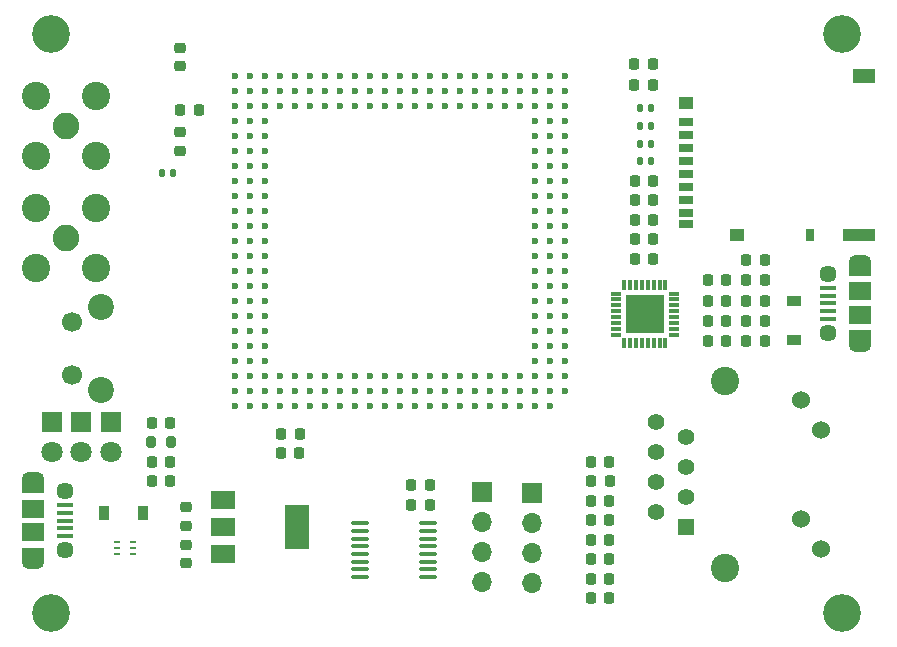
<source format=gbr>
%TF.GenerationSoftware,KiCad,Pcbnew,(6.0.9)*%
%TF.CreationDate,2023-03-02T15:05:35+09:00*%
%TF.ProjectId,mosaicBoard,6d6f7361-6963-4426-9f61-72642e6b6963,rev?*%
%TF.SameCoordinates,PX72eaf20PY14fb180*%
%TF.FileFunction,Soldermask,Top*%
%TF.FilePolarity,Negative*%
%FSLAX46Y46*%
G04 Gerber Fmt 4.6, Leading zero omitted, Abs format (unit mm)*
G04 Created by KiCad (PCBNEW (6.0.9)) date 2023-03-02 15:05:35*
%MOMM*%
%LPD*%
G01*
G04 APERTURE LIST*
G04 Aperture macros list*
%AMRoundRect*
0 Rectangle with rounded corners*
0 $1 Rounding radius*
0 $2 $3 $4 $5 $6 $7 $8 $9 X,Y pos of 4 corners*
0 Add a 4 corners polygon primitive as box body*
4,1,4,$2,$3,$4,$5,$6,$7,$8,$9,$2,$3,0*
0 Add four circle primitives for the rounded corners*
1,1,$1+$1,$2,$3*
1,1,$1+$1,$4,$5*
1,1,$1+$1,$6,$7*
1,1,$1+$1,$8,$9*
0 Add four rect primitives between the rounded corners*
20,1,$1+$1,$2,$3,$4,$5,0*
20,1,$1+$1,$4,$5,$6,$7,0*
20,1,$1+$1,$6,$7,$8,$9,0*
20,1,$1+$1,$8,$9,$2,$3,0*%
G04 Aperture macros list end*
%ADD10RoundRect,0.218750X-0.256250X0.218750X-0.256250X-0.218750X0.256250X-0.218750X0.256250X0.218750X0*%
%ADD11RoundRect,0.218750X-0.218750X-0.256250X0.218750X-0.256250X0.218750X0.256250X-0.218750X0.256250X0*%
%ADD12RoundRect,0.218750X0.256250X-0.218750X0.256250X0.218750X-0.256250X0.218750X-0.256250X-0.218750X0*%
%ADD13RoundRect,0.218750X0.218750X0.256250X-0.218750X0.256250X-0.218750X-0.256250X0.218750X-0.256250X0*%
%ADD14C,0.001000*%
%ADD15R,1.400000X1.400000*%
%ADD16C,1.400000*%
%ADD17C,1.530000*%
%ADD18C,2.400000*%
%ADD19RoundRect,0.147500X-0.147500X-0.172500X0.147500X-0.172500X0.147500X0.172500X-0.147500X0.172500X0*%
%ADD20R,1.700000X1.700000*%
%ADD21O,1.700000X1.700000*%
%ADD22R,0.600000X0.250000*%
%ADD23C,2.200000*%
%ADD24C,1.700000*%
%ADD25RoundRect,0.147500X0.147500X0.172500X-0.147500X0.172500X-0.147500X-0.172500X0.147500X-0.172500X0*%
%ADD26R,0.900000X1.200000*%
%ADD27C,0.600000*%
%ADD28R,1.350000X0.400000*%
%ADD29R,1.900000X1.500000*%
%ADD30C,1.450000*%
%ADD31R,1.900000X1.200000*%
%ADD32O,1.900000X1.200000*%
%ADD33R,2.000000X1.500000*%
%ADD34R,2.000000X3.800000*%
%ADD35RoundRect,0.100000X-0.637500X-0.100000X0.637500X-0.100000X0.637500X0.100000X-0.637500X0.100000X0*%
%ADD36R,0.850000X0.300000*%
%ADD37R,0.300000X0.850000*%
%ADD38R,3.200000X3.200000*%
%ADD39R,1.200000X0.700000*%
%ADD40R,0.800000X1.000000*%
%ADD41R,1.200000X1.000000*%
%ADD42R,1.900000X1.300000*%
%ADD43R,2.800000X1.000000*%
%ADD44R,1.200000X0.900000*%
%ADD45C,2.250000*%
%ADD46C,3.200000*%
%ADD47R,1.800000X1.800000*%
%ADD48C,1.800000*%
%ADD49RoundRect,0.200000X-0.200000X-0.275000X0.200000X-0.275000X0.200000X0.275000X-0.200000X0.275000X0*%
G04 APERTURE END LIST*
D10*
%TO.C,C1*%
X14437500Y-46237000D03*
X14437500Y-47812000D03*
%TD*%
D11*
%TO.C,R2*%
X61871900Y-25574200D03*
X63446900Y-25574200D03*
%TD*%
%TO.C,R4*%
X11554500Y-40865000D03*
X13129500Y-40865000D03*
%TD*%
%TO.C,C5*%
X33525000Y-42897000D03*
X35100000Y-42897000D03*
%TD*%
D12*
%TO.C,C2*%
X14437500Y-44637000D03*
X14437500Y-43062000D03*
%TD*%
D11*
%TO.C,C10*%
X61871900Y-22145200D03*
X63446900Y-22145200D03*
%TD*%
%TO.C,C12*%
X61871900Y-23872400D03*
X63446900Y-23872400D03*
%TD*%
%TO.C,C13*%
X58630000Y-27303200D03*
X60205000Y-27303200D03*
%TD*%
%TO.C,C14*%
X48740000Y-47469000D03*
X50315000Y-47469000D03*
%TD*%
%TO.C,C15*%
X58620700Y-25574200D03*
X60195700Y-25574200D03*
%TD*%
%TO.C,C16*%
X48740000Y-45818000D03*
X50315000Y-45818000D03*
%TD*%
D13*
%TO.C,FB1*%
X60195700Y-23872400D03*
X58620700Y-23872400D03*
%TD*%
D14*
%TO.C,J9*%
X63150000Y-34585000D03*
X63150000Y-46015000D03*
D15*
X56800000Y-44745000D03*
D16*
X54260000Y-43475000D03*
X56800000Y-42205000D03*
X54260000Y-40935000D03*
X56800000Y-39665000D03*
X54260000Y-38395000D03*
X56800000Y-37125000D03*
X54260000Y-35855000D03*
D17*
X68230000Y-46625000D03*
X66530000Y-44085000D03*
X68230000Y-36515000D03*
X66530000Y-33975000D03*
D18*
X60100000Y-48175000D03*
X60100000Y-32425000D03*
%TD*%
D11*
%TO.C,R10*%
X48740000Y-44167000D03*
X50315000Y-44167000D03*
%TD*%
%TO.C,R14*%
X61871900Y-29027400D03*
X63446900Y-29027400D03*
%TD*%
D19*
%TO.C,D13*%
X52884000Y-10793500D03*
X53854000Y-10793500D03*
%TD*%
%TO.C,D12*%
X52884000Y-13793500D03*
X53854000Y-13793500D03*
%TD*%
%TO.C,D11*%
X52899000Y-12293500D03*
X53869000Y-12293500D03*
%TD*%
%TO.C,D10*%
X52884000Y-9293500D03*
X53854000Y-9293500D03*
%TD*%
D20*
%TO.C,J5*%
X39545500Y-41817500D03*
D21*
X39545500Y-44357500D03*
X39545500Y-46897500D03*
X39545500Y-49437500D03*
%TD*%
D22*
%TO.C,FL1*%
X9950000Y-47000000D03*
X9950000Y-46500000D03*
X9950000Y-46000000D03*
X8650000Y-46000000D03*
X8650000Y-46500000D03*
X8650000Y-47000000D03*
%TD*%
D23*
%TO.C,SW1*%
X7300000Y-33150000D03*
X7300000Y-26150000D03*
D24*
X4800000Y-31900000D03*
X4800000Y-27400000D03*
%TD*%
D10*
%TO.C,L1*%
X13950000Y-4150000D03*
X13950000Y-5725000D03*
%TD*%
%TO.C,L2*%
X13970000Y-11305000D03*
X13970000Y-12880000D03*
%TD*%
D11*
%TO.C,C3*%
X13980000Y-9440000D03*
X15555000Y-9440000D03*
%TD*%
D25*
%TO.C,D9*%
X13370000Y-14750000D03*
X12400000Y-14750000D03*
%TD*%
D11*
%TO.C,C6*%
X22500000Y-36900000D03*
X24075000Y-36900000D03*
%TD*%
%TO.C,C7*%
X22462500Y-38500000D03*
X24037500Y-38500000D03*
%TD*%
D26*
%TO.C,D1*%
X10850000Y-43600000D03*
X7550000Y-43600000D03*
%TD*%
D27*
%TO.C,U1*%
X45300000Y-34470000D03*
X44030000Y-34470000D03*
X42760000Y-34470000D03*
X41490000Y-34470000D03*
X40220000Y-34470000D03*
X38950000Y-34470000D03*
X37680000Y-34470000D03*
X36410000Y-34470000D03*
X35140000Y-34470000D03*
X33870000Y-34470000D03*
X32600000Y-34470000D03*
X31330000Y-34470000D03*
X30060000Y-34470000D03*
X28790000Y-34470000D03*
X27520000Y-34470000D03*
X26250000Y-34470000D03*
X24980000Y-34470000D03*
X23710000Y-34470000D03*
X22440000Y-34470000D03*
X21170000Y-34470000D03*
X19900000Y-34470000D03*
X18630000Y-34470000D03*
X46570000Y-9070000D03*
X45300000Y-9070000D03*
X44030000Y-9070000D03*
X42760000Y-9070000D03*
X41490000Y-9070000D03*
X40220000Y-9070000D03*
X38950000Y-9070000D03*
X37680000Y-9070000D03*
X36410000Y-9070000D03*
X35140000Y-9070000D03*
X33870000Y-9070000D03*
X32600000Y-9070000D03*
X31330000Y-9070000D03*
X30060000Y-9070000D03*
X28790000Y-9070000D03*
X27520000Y-9070000D03*
X26250000Y-9070000D03*
X24980000Y-9070000D03*
X23710000Y-9070000D03*
X22440000Y-9070000D03*
X21170000Y-9070000D03*
X19900000Y-9070000D03*
X18630000Y-9070000D03*
X46570000Y-7800000D03*
X45270000Y-7800000D03*
X44030000Y-7800000D03*
X42730000Y-7800000D03*
X41490000Y-7800000D03*
X40190000Y-7800000D03*
X38950000Y-7800000D03*
X37650000Y-7800000D03*
X36410000Y-7800000D03*
X35110000Y-7800000D03*
X33870000Y-7800000D03*
X32570000Y-7800000D03*
X31330000Y-7800000D03*
X30030000Y-7800000D03*
X28790000Y-7800000D03*
X27490000Y-7800000D03*
X26250000Y-7800000D03*
X24950000Y-7800000D03*
X23710000Y-7800000D03*
X22410000Y-7800000D03*
X21170000Y-7800000D03*
X19870000Y-7800000D03*
X18630000Y-7800000D03*
X46570000Y-6530000D03*
X45270000Y-6530000D03*
X44030000Y-6530000D03*
X42730000Y-6530000D03*
X41490000Y-6530000D03*
X40190000Y-6530000D03*
X38950000Y-6530000D03*
X37650000Y-6530000D03*
X36410000Y-6530000D03*
X35110000Y-6530000D03*
X33870000Y-6530000D03*
X32570000Y-6530000D03*
X31330000Y-6530000D03*
X30030000Y-6530000D03*
X28790000Y-6530000D03*
X27490000Y-6530000D03*
X26250000Y-6530000D03*
X24950000Y-6530000D03*
X23710000Y-6530000D03*
X22410000Y-6530000D03*
X21170000Y-6530000D03*
X19870000Y-6530000D03*
X18630000Y-6530000D03*
X46570000Y-33200000D03*
X45270000Y-33200000D03*
X44030000Y-33200000D03*
X42730000Y-33200000D03*
X41490000Y-33200000D03*
X40190000Y-33200000D03*
X38950000Y-33200000D03*
X37650000Y-33200000D03*
X36410000Y-33200000D03*
X35110000Y-33200000D03*
X33870000Y-33200000D03*
X32570000Y-33200000D03*
X31330000Y-33200000D03*
X30030000Y-33200000D03*
X28790000Y-33200000D03*
X27490000Y-33200000D03*
X26250000Y-33200000D03*
X24950000Y-33200000D03*
X23710000Y-33200000D03*
X22410000Y-33200000D03*
X21170000Y-33200000D03*
X19870000Y-33200000D03*
X18630000Y-33200000D03*
X46570000Y-31930000D03*
X45270000Y-31930000D03*
X44030000Y-31930000D03*
X42730000Y-31930000D03*
X41490000Y-31930000D03*
X40190000Y-31930000D03*
X38950000Y-31930000D03*
X37650000Y-31930000D03*
X36410000Y-31930000D03*
X35110000Y-31930000D03*
X33870000Y-31930000D03*
X32570000Y-31930000D03*
X31330000Y-31930000D03*
X30030000Y-31930000D03*
X28790000Y-31930000D03*
X27490000Y-31930000D03*
X26250000Y-31930000D03*
X24950000Y-31930000D03*
X23710000Y-31930000D03*
X22410000Y-31930000D03*
X21170000Y-31930000D03*
X19870000Y-31930000D03*
X18630000Y-31930000D03*
X46570000Y-30660000D03*
X45300000Y-30660000D03*
X44030000Y-30660000D03*
X21170000Y-30660000D03*
X19900000Y-30660000D03*
X18630000Y-30660000D03*
X46570000Y-29390000D03*
X45300000Y-29390000D03*
X44030000Y-29390000D03*
X21170000Y-29390000D03*
X19900000Y-29390000D03*
X18630000Y-29390000D03*
X46570000Y-28120000D03*
X45300000Y-28120000D03*
X44030000Y-28120000D03*
X21170000Y-28120000D03*
X19900000Y-28120000D03*
X18630000Y-28120000D03*
X46570000Y-26850000D03*
X45300000Y-26850000D03*
X44030000Y-26850000D03*
X21170000Y-26850000D03*
X19900000Y-26850000D03*
X18630000Y-26850000D03*
X46570000Y-25580000D03*
X45300000Y-25580000D03*
X44030000Y-25580000D03*
X21170000Y-25580000D03*
X19900000Y-25580000D03*
X18630000Y-25580000D03*
X46570000Y-24310000D03*
X45300000Y-24310000D03*
X44030000Y-24310000D03*
X21170000Y-24310000D03*
X19900000Y-24310000D03*
X18630000Y-24310000D03*
X46570000Y-23040000D03*
X45300000Y-23040000D03*
X44030000Y-23040000D03*
X21170000Y-23040000D03*
X19900000Y-23040000D03*
X18630000Y-23040000D03*
X46570000Y-21770000D03*
X45300000Y-21770000D03*
X44030000Y-21770000D03*
X21170000Y-21770000D03*
X19900000Y-21770000D03*
X18630000Y-21770000D03*
X46570000Y-20500000D03*
X45300000Y-20500000D03*
X44030000Y-20500000D03*
X21170000Y-20500000D03*
X19900000Y-20500000D03*
X18630000Y-20500000D03*
X46570000Y-19230000D03*
X45300000Y-19230000D03*
X44030000Y-19230000D03*
X21170000Y-19230000D03*
X19900000Y-19230000D03*
X18630000Y-19230000D03*
X46570000Y-17960000D03*
X45300000Y-17960000D03*
X44030000Y-17960000D03*
X21170000Y-17960000D03*
X19900000Y-17960000D03*
X18630000Y-17960000D03*
X46570000Y-16690000D03*
X45300000Y-16690000D03*
X44030000Y-16690000D03*
X21170000Y-16690000D03*
X19900000Y-16690000D03*
X18630000Y-16690000D03*
X46570000Y-15420000D03*
X45300000Y-15420000D03*
X44030000Y-15420000D03*
X21170000Y-15420000D03*
X19900000Y-15420000D03*
X18630000Y-15420000D03*
X46570000Y-14150000D03*
X45300000Y-14150000D03*
X44030000Y-14150000D03*
X21170000Y-14150000D03*
X19900000Y-14150000D03*
X18630000Y-14150000D03*
X46570000Y-12880000D03*
X45300000Y-12880000D03*
X44030000Y-12880000D03*
X21170000Y-12880000D03*
X19900000Y-12880000D03*
X18630000Y-12880000D03*
X46570000Y-11610000D03*
X45300000Y-11610000D03*
X44030000Y-11610000D03*
X21170000Y-11610000D03*
X19900000Y-11610000D03*
X18630000Y-11610000D03*
X46570000Y-10340000D03*
X45300000Y-10340000D03*
X44030000Y-10340000D03*
X21170000Y-10340000D03*
X19900000Y-10340000D03*
X18630000Y-10340000D03*
%TD*%
D28*
%TO.C,J10*%
X68791500Y-27100000D03*
X68791500Y-26450000D03*
X68791500Y-25800000D03*
X68791500Y-25150000D03*
X68791500Y-24500000D03*
D29*
X71491500Y-24800000D03*
D30*
X68791500Y-28300000D03*
D31*
X71491500Y-28700000D03*
D29*
X71491500Y-26800000D03*
D31*
X71491500Y-22900000D03*
D32*
X71491500Y-29300000D03*
D30*
X68791500Y-23300000D03*
D32*
X71491500Y-22300000D03*
%TD*%
D33*
%TO.C,U2*%
X17599000Y-42438500D03*
X17599000Y-44738500D03*
X17599000Y-47038500D03*
D34*
X23899000Y-44738500D03*
%TD*%
D35*
%TO.C,U3*%
X29228000Y-44432000D03*
X29228000Y-45082000D03*
X29228000Y-45732000D03*
X29228000Y-46382000D03*
X29228000Y-47032000D03*
X29228000Y-47682000D03*
X29228000Y-48332000D03*
X29228000Y-48982000D03*
X34953000Y-48982000D03*
X34953000Y-48332000D03*
X34953000Y-47682000D03*
X34953000Y-47032000D03*
X34953000Y-46382000D03*
X34953000Y-45732000D03*
X34953000Y-45082000D03*
X34953000Y-44432000D03*
%TD*%
D11*
%TO.C,C4*%
X33525000Y-41200000D03*
X35100000Y-41200000D03*
%TD*%
D36*
%TO.C,IC1*%
X55749500Y-28481000D03*
X55749500Y-27981000D03*
X55749500Y-27481000D03*
X55749500Y-26981000D03*
X55749500Y-26481000D03*
X55749500Y-25981000D03*
X55749500Y-25481000D03*
X55749500Y-24981000D03*
D37*
X55049500Y-24281000D03*
X54549500Y-24281000D03*
X54049500Y-24281000D03*
X53549500Y-24281000D03*
X53049500Y-24281000D03*
X52549500Y-24281000D03*
X52049500Y-24281000D03*
X51549500Y-24281000D03*
D36*
X50849500Y-24981000D03*
X50849500Y-25481000D03*
X50849500Y-25981000D03*
X50849500Y-26481000D03*
X50849500Y-26981000D03*
X50849500Y-27481000D03*
X50849500Y-27981000D03*
X50849500Y-28481000D03*
D37*
X51549500Y-29181000D03*
X52049500Y-29181000D03*
X52549500Y-29181000D03*
X53049500Y-29181000D03*
X53549500Y-29181000D03*
X54049500Y-29181000D03*
X54549500Y-29181000D03*
X55049500Y-29181000D03*
D38*
X53299500Y-26731000D03*
%TD*%
D13*
%TO.C,C9*%
X50315000Y-49120000D03*
X48740000Y-49120000D03*
%TD*%
%TO.C,C11*%
X50315000Y-50771000D03*
X48740000Y-50771000D03*
%TD*%
D11*
%TO.C,R3*%
X48740000Y-39214000D03*
X50315000Y-39214000D03*
%TD*%
%TO.C,R8*%
X48765500Y-40865000D03*
X50340500Y-40865000D03*
%TD*%
%TO.C,R9*%
X48740000Y-42516000D03*
X50315000Y-42516000D03*
%TD*%
%TO.C,C19*%
X52444000Y-15428500D03*
X54019000Y-15428500D03*
%TD*%
D13*
%TO.C,C17*%
X54030500Y-20399700D03*
X52455500Y-20399700D03*
%TD*%
D11*
%TO.C,C18*%
X52444000Y-17079500D03*
X54019000Y-17079500D03*
%TD*%
%TO.C,R13*%
X52444000Y-18730500D03*
X54019000Y-18730500D03*
%TD*%
%TO.C,R12*%
X52458000Y-22069000D03*
X54033000Y-22069000D03*
%TD*%
D28*
%TO.C,J3*%
X4216000Y-42900000D03*
X4216000Y-43550000D03*
X4216000Y-44200000D03*
X4216000Y-44850000D03*
X4216000Y-45500000D03*
D32*
X1516000Y-40700000D03*
X1516000Y-47700000D03*
D30*
X4216000Y-46700000D03*
D29*
X1516000Y-45200000D03*
D31*
X1516000Y-41300000D03*
D30*
X4216000Y-41700000D03*
D29*
X1516000Y-43200000D03*
D31*
X1516000Y-47100000D03*
%TD*%
D13*
%TO.C,R7*%
X13129500Y-35912000D03*
X11554500Y-35912000D03*
%TD*%
D11*
%TO.C,R5*%
X11554500Y-39214000D03*
X13129500Y-39214000D03*
%TD*%
D39*
%TO.C,J8*%
X56775000Y-10425000D03*
X56775000Y-11525000D03*
X56775000Y-12625000D03*
X56775000Y-13725000D03*
X56775000Y-14825000D03*
X56775000Y-15925000D03*
X56775000Y-17025000D03*
X56775000Y-18125000D03*
X56775000Y-19075000D03*
D40*
X67275000Y-20025000D03*
D41*
X61075000Y-20025000D03*
D42*
X71875000Y-6525000D03*
D41*
X56775000Y-8875000D03*
D43*
X71425000Y-20025000D03*
%TD*%
D44*
%TO.C,D2*%
X65936000Y-25650000D03*
X65936000Y-28950000D03*
%TD*%
D13*
%TO.C,R11*%
X60212500Y-29027400D03*
X58637500Y-29027400D03*
%TD*%
D11*
%TO.C,R1*%
X61871900Y-27301400D03*
X63446900Y-27301400D03*
%TD*%
D13*
%TO.C,R6*%
X54006500Y-7293500D03*
X52431500Y-7293500D03*
%TD*%
D11*
%TO.C,C8*%
X52431500Y-5543500D03*
X54006500Y-5543500D03*
%TD*%
D45*
%TO.C,J1*%
X4269000Y-10814000D03*
D18*
X1729000Y-13354000D03*
X6809000Y-8274000D03*
X1729000Y-8274000D03*
X6809000Y-13354000D03*
%TD*%
D45*
%TO.C,J2*%
X4260000Y-20290000D03*
D18*
X6800000Y-22830000D03*
X1720000Y-17750000D03*
X6800000Y-17750000D03*
X1720000Y-22830000D03*
%TD*%
D46*
%TO.C,REF\u002A\u002A*%
X3000000Y-52000000D03*
%TD*%
D47*
%TO.C,D5*%
X8125000Y-35850000D03*
D48*
X8125000Y-38390000D03*
%TD*%
D46*
%TO.C,REF\u002A\u002A*%
X70000000Y-3000000D03*
%TD*%
%TO.C,REF\u002A\u002A*%
X70000000Y-52000000D03*
%TD*%
D47*
%TO.C,D4*%
X5550000Y-35850000D03*
D48*
X5550000Y-38390000D03*
%TD*%
D49*
%TO.C,R15*%
X11517000Y-37563000D03*
X13167000Y-37563000D03*
%TD*%
D20*
%TO.C,J4*%
X43793700Y-41881000D03*
D21*
X43793700Y-44421000D03*
X43793700Y-46961000D03*
X43793700Y-49501000D03*
%TD*%
D47*
%TO.C,D3*%
X3075000Y-35850000D03*
D48*
X3075000Y-38390000D03*
%TD*%
D46*
%TO.C,REF\u002A\u002A*%
X3000000Y-3000000D03*
%TD*%
M02*

</source>
